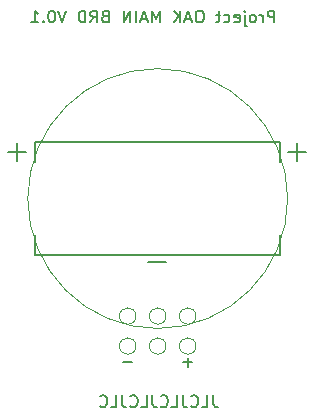
<source format=gbr>
%TF.GenerationSoftware,KiCad,Pcbnew,(5.1.6)-1*%
%TF.CreationDate,2024-07-23T23:35:14+05:30*%
%TF.ProjectId,Project_OAK_MAIN_BRD_V0.1,50726f6a-6563-4745-9f4f-414b5f4d4149,A*%
%TF.SameCoordinates,Original*%
%TF.FileFunction,Legend,Bot*%
%TF.FilePolarity,Positive*%
%FSLAX46Y46*%
G04 Gerber Fmt 4.6, Leading zero omitted, Abs format (unit mm)*
G04 Created by KiCad (PCBNEW (5.1.6)-1) date 2024-07-23 23:35:14*
%MOMM*%
%LPD*%
G01*
G04 APERTURE LIST*
%ADD10C,0.150000*%
%ADD11C,0.160000*%
%ADD12C,0.050000*%
%ADD13C,0.127000*%
%ADD14C,0.120000*%
G04 APERTURE END LIST*
D10*
X75142147Y-110132880D02*
X75142147Y-110847166D01*
X75189766Y-110990023D01*
X75285004Y-111085261D01*
X75427861Y-111132880D01*
X75523100Y-111132880D01*
X74189766Y-111132880D02*
X74665957Y-111132880D01*
X74665957Y-110132880D01*
X73285004Y-111037642D02*
X73332623Y-111085261D01*
X73475480Y-111132880D01*
X73570719Y-111132880D01*
X73713576Y-111085261D01*
X73808814Y-110990023D01*
X73856433Y-110894785D01*
X73904052Y-110704309D01*
X73904052Y-110561452D01*
X73856433Y-110370976D01*
X73808814Y-110275738D01*
X73713576Y-110180500D01*
X73570719Y-110132880D01*
X73475480Y-110132880D01*
X73332623Y-110180500D01*
X73285004Y-110228119D01*
X72570719Y-110132880D02*
X72570719Y-110847166D01*
X72618338Y-110990023D01*
X72713576Y-111085261D01*
X72856433Y-111132880D01*
X72951671Y-111132880D01*
X71618338Y-111132880D02*
X72094528Y-111132880D01*
X72094528Y-110132880D01*
X70713576Y-111037642D02*
X70761195Y-111085261D01*
X70904052Y-111132880D01*
X70999290Y-111132880D01*
X71142147Y-111085261D01*
X71237385Y-110990023D01*
X71285004Y-110894785D01*
X71332623Y-110704309D01*
X71332623Y-110561452D01*
X71285004Y-110370976D01*
X71237385Y-110275738D01*
X71142147Y-110180500D01*
X70999290Y-110132880D01*
X70904052Y-110132880D01*
X70761195Y-110180500D01*
X70713576Y-110228119D01*
X69999290Y-110132880D02*
X69999290Y-110847166D01*
X70046909Y-110990023D01*
X70142147Y-111085261D01*
X70285004Y-111132880D01*
X70380242Y-111132880D01*
X69046909Y-111132880D02*
X69523100Y-111132880D01*
X69523100Y-110132880D01*
X68142147Y-111037642D02*
X68189766Y-111085261D01*
X68332623Y-111132880D01*
X68427861Y-111132880D01*
X68570719Y-111085261D01*
X68665957Y-110990023D01*
X68713576Y-110894785D01*
X68761195Y-110704309D01*
X68761195Y-110561452D01*
X68713576Y-110370976D01*
X68665957Y-110275738D01*
X68570719Y-110180500D01*
X68427861Y-110132880D01*
X68332623Y-110132880D01*
X68189766Y-110180500D01*
X68142147Y-110228119D01*
X67427861Y-110132880D02*
X67427861Y-110847166D01*
X67475480Y-110990023D01*
X67570719Y-111085261D01*
X67713576Y-111132880D01*
X67808814Y-111132880D01*
X66475480Y-111132880D02*
X66951671Y-111132880D01*
X66951671Y-110132880D01*
X65570719Y-111037642D02*
X65618338Y-111085261D01*
X65761195Y-111132880D01*
X65856433Y-111132880D01*
X65999290Y-111085261D01*
X66094528Y-110990023D01*
X66142147Y-110894785D01*
X66189766Y-110704309D01*
X66189766Y-110561452D01*
X66142147Y-110370976D01*
X66094528Y-110275738D01*
X65999290Y-110180500D01*
X65856433Y-110132880D01*
X65761195Y-110132880D01*
X65618338Y-110180500D01*
X65570719Y-110228119D01*
D11*
X80340504Y-78557380D02*
X80340504Y-77557380D01*
X79959552Y-77557380D01*
X79864314Y-77605000D01*
X79816695Y-77652619D01*
X79769076Y-77747857D01*
X79769076Y-77890714D01*
X79816695Y-77985952D01*
X79864314Y-78033571D01*
X79959552Y-78081190D01*
X80340504Y-78081190D01*
X79340504Y-78557380D02*
X79340504Y-77890714D01*
X79340504Y-78081190D02*
X79292885Y-77985952D01*
X79245266Y-77938333D01*
X79150028Y-77890714D01*
X79054790Y-77890714D01*
X78578600Y-78557380D02*
X78673838Y-78509761D01*
X78721457Y-78462142D01*
X78769076Y-78366904D01*
X78769076Y-78081190D01*
X78721457Y-77985952D01*
X78673838Y-77938333D01*
X78578600Y-77890714D01*
X78435742Y-77890714D01*
X78340504Y-77938333D01*
X78292885Y-77985952D01*
X78245266Y-78081190D01*
X78245266Y-78366904D01*
X78292885Y-78462142D01*
X78340504Y-78509761D01*
X78435742Y-78557380D01*
X78578600Y-78557380D01*
X77816695Y-77890714D02*
X77816695Y-78747857D01*
X77864314Y-78843095D01*
X77959552Y-78890714D01*
X78007171Y-78890714D01*
X77816695Y-77557380D02*
X77864314Y-77605000D01*
X77816695Y-77652619D01*
X77769076Y-77605000D01*
X77816695Y-77557380D01*
X77816695Y-77652619D01*
X76959552Y-78509761D02*
X77054790Y-78557380D01*
X77245266Y-78557380D01*
X77340504Y-78509761D01*
X77388123Y-78414523D01*
X77388123Y-78033571D01*
X77340504Y-77938333D01*
X77245266Y-77890714D01*
X77054790Y-77890714D01*
X76959552Y-77938333D01*
X76911933Y-78033571D01*
X76911933Y-78128809D01*
X77388123Y-78224047D01*
X76054790Y-78509761D02*
X76150028Y-78557380D01*
X76340504Y-78557380D01*
X76435742Y-78509761D01*
X76483361Y-78462142D01*
X76530980Y-78366904D01*
X76530980Y-78081190D01*
X76483361Y-77985952D01*
X76435742Y-77938333D01*
X76340504Y-77890714D01*
X76150028Y-77890714D01*
X76054790Y-77938333D01*
X75769076Y-77890714D02*
X75388123Y-77890714D01*
X75626219Y-77557380D02*
X75626219Y-78414523D01*
X75578600Y-78509761D01*
X75483361Y-78557380D01*
X75388123Y-78557380D01*
X74102409Y-77557380D02*
X73911933Y-77557380D01*
X73816695Y-77605000D01*
X73721457Y-77700238D01*
X73673838Y-77890714D01*
X73673838Y-78224047D01*
X73721457Y-78414523D01*
X73816695Y-78509761D01*
X73911933Y-78557380D01*
X74102409Y-78557380D01*
X74197647Y-78509761D01*
X74292885Y-78414523D01*
X74340504Y-78224047D01*
X74340504Y-77890714D01*
X74292885Y-77700238D01*
X74197647Y-77605000D01*
X74102409Y-77557380D01*
X73292885Y-78271666D02*
X72816695Y-78271666D01*
X73388123Y-78557380D02*
X73054790Y-77557380D01*
X72721457Y-78557380D01*
X72388123Y-78557380D02*
X72388123Y-77557380D01*
X71816695Y-78557380D02*
X72245266Y-77985952D01*
X71816695Y-77557380D02*
X72388123Y-78128809D01*
X70626219Y-78557380D02*
X70626219Y-77557380D01*
X70292885Y-78271666D01*
X69959552Y-77557380D01*
X69959552Y-78557380D01*
X69530980Y-78271666D02*
X69054790Y-78271666D01*
X69626219Y-78557380D02*
X69292885Y-77557380D01*
X68959552Y-78557380D01*
X68626219Y-78557380D02*
X68626219Y-77557380D01*
X68150028Y-78557380D02*
X68150028Y-77557380D01*
X67578600Y-78557380D01*
X67578600Y-77557380D01*
X66007171Y-78033571D02*
X65864314Y-78081190D01*
X65816695Y-78128809D01*
X65769076Y-78224047D01*
X65769076Y-78366904D01*
X65816695Y-78462142D01*
X65864314Y-78509761D01*
X65959552Y-78557380D01*
X66340504Y-78557380D01*
X66340504Y-77557380D01*
X66007171Y-77557380D01*
X65911933Y-77605000D01*
X65864314Y-77652619D01*
X65816695Y-77747857D01*
X65816695Y-77843095D01*
X65864314Y-77938333D01*
X65911933Y-77985952D01*
X66007171Y-78033571D01*
X66340504Y-78033571D01*
X64769076Y-78557380D02*
X65102409Y-78081190D01*
X65340504Y-78557380D02*
X65340504Y-77557380D01*
X64959552Y-77557380D01*
X64864314Y-77605000D01*
X64816695Y-77652619D01*
X64769076Y-77747857D01*
X64769076Y-77890714D01*
X64816695Y-77985952D01*
X64864314Y-78033571D01*
X64959552Y-78081190D01*
X65340504Y-78081190D01*
X64340504Y-78557380D02*
X64340504Y-77557380D01*
X64102409Y-77557380D01*
X63959552Y-77605000D01*
X63864314Y-77700238D01*
X63816695Y-77795476D01*
X63769076Y-77985952D01*
X63769076Y-78128809D01*
X63816695Y-78319285D01*
X63864314Y-78414523D01*
X63959552Y-78509761D01*
X64102409Y-78557380D01*
X64340504Y-78557380D01*
X62721457Y-77557380D02*
X62388123Y-78557380D01*
X62054790Y-77557380D01*
X61530980Y-77557380D02*
X61435742Y-77557380D01*
X61340504Y-77605000D01*
X61292885Y-77652619D01*
X61245266Y-77747857D01*
X61197647Y-77938333D01*
X61197647Y-78176428D01*
X61245266Y-78366904D01*
X61292885Y-78462142D01*
X61340504Y-78509761D01*
X61435742Y-78557380D01*
X61530980Y-78557380D01*
X61626219Y-78509761D01*
X61673838Y-78462142D01*
X61721457Y-78366904D01*
X61769076Y-78176428D01*
X61769076Y-77938333D01*
X61721457Y-77747857D01*
X61673838Y-77652619D01*
X61626219Y-77605000D01*
X61530980Y-77557380D01*
X60769076Y-78462142D02*
X60721457Y-78509761D01*
X60769076Y-78557380D01*
X60816695Y-78509761D01*
X60769076Y-78462142D01*
X60769076Y-78557380D01*
X59769076Y-78557380D02*
X60340504Y-78557380D01*
X60054790Y-78557380D02*
X60054790Y-77557380D01*
X60150028Y-77700238D01*
X60245266Y-77795476D01*
X60340504Y-77843095D01*
D10*
X73380552Y-107322928D02*
X72618647Y-107322928D01*
X72999600Y-107703880D02*
X72999600Y-106941976D01*
X68300552Y-107322928D02*
X67538647Y-107322928D01*
D12*
X81459600Y-93472000D02*
G75*
G03*
X81459600Y-93472000I-11000000J0D01*
G01*
D13*
%TO.C,BT1*%
X57804400Y-89560400D02*
X59304400Y-89560400D01*
X60109600Y-96572000D02*
X60109600Y-98237000D01*
X60109600Y-98237000D02*
X80809600Y-98237000D01*
X80809600Y-98237000D02*
X80809600Y-96572000D01*
X80809600Y-90372000D02*
X80809600Y-88707000D01*
X80809600Y-88707000D02*
X60109600Y-88707000D01*
X60109600Y-88707000D02*
X60109600Y-90372000D01*
X58554400Y-88810400D02*
X58554400Y-90310400D01*
X69659600Y-98872000D02*
X71159600Y-98872000D01*
X81518000Y-89560400D02*
X83018000Y-89560400D01*
X82268000Y-88810400D02*
X82268000Y-90310400D01*
D14*
%TO.C,TP1*%
X73699600Y-105968800D02*
G75*
G03*
X73699600Y-105968800I-700000J0D01*
G01*
%TO.C,TP3*%
X71159600Y-105968800D02*
G75*
G03*
X71159600Y-105968800I-700000J0D01*
G01*
%TO.C,TP4*%
X73699600Y-103428800D02*
G75*
G03*
X73699600Y-103428800I-700000J0D01*
G01*
%TO.C,TP5*%
X71159600Y-103428800D02*
G75*
G03*
X71159600Y-103428800I-700000J0D01*
G01*
%TO.C,TP12*%
X68619600Y-103428800D02*
G75*
G03*
X68619600Y-103428800I-700000J0D01*
G01*
%TO.C,TP13*%
X68619600Y-105968800D02*
G75*
G03*
X68619600Y-105968800I-700000J0D01*
G01*
%TD*%
M02*

</source>
